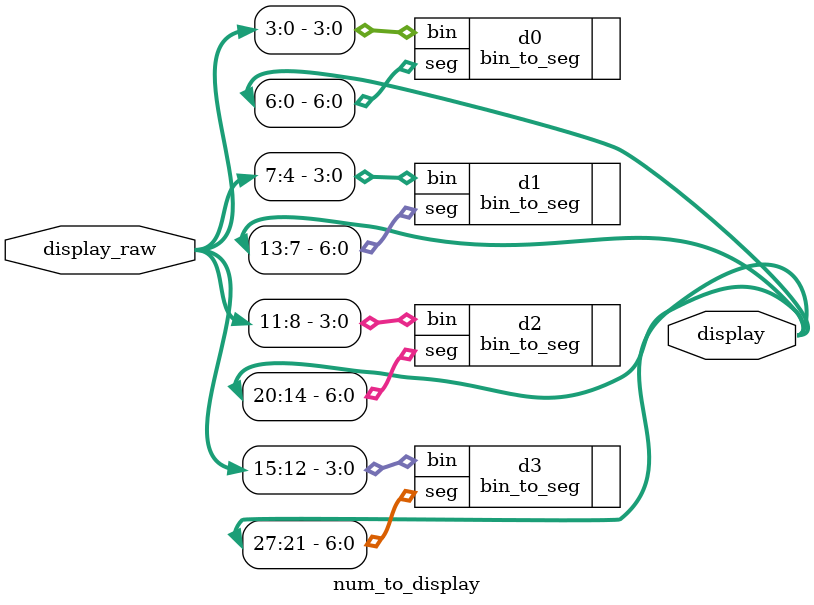
<source format=v>
`timescale 1ns / 1ps


module num_to_display(
    input [15:0] display_raw,
    output [27:0] display
    );
    
    bin_to_seg d0(
        .bin(display_raw[3:0]),
        .seg(display[6:0])
        );
    bin_to_seg d1(
        .bin(display_raw[7:4]),
        .seg(display[13:7])
        );
    bin_to_seg d2(
        .bin(display_raw[11:8]),
        .seg(display[20:14])
        );
    bin_to_seg d3(
        .bin(display_raw[15:12]),
        .seg(display[27:21])
        );
    
    
endmodule

</source>
